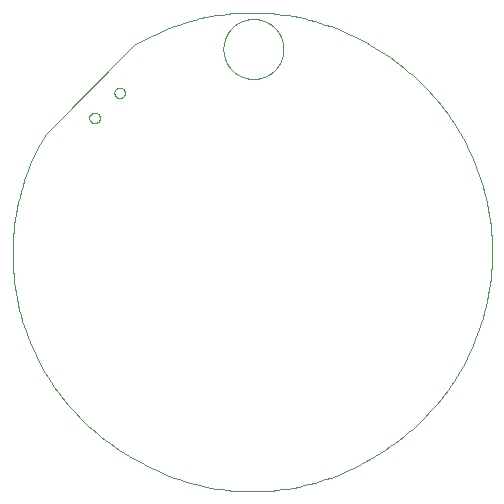
<source format=gko>
G75*
%MOIN*%
%OFA0B0*%
%FSLAX25Y25*%
%IPPOS*%
%LPD*%
%AMOC8*
5,1,8,0,0,1.08239X$1,22.5*
%
%ADD10C,0.00000*%
%ADD11C,0.00394*%
D10*
X0030168Y0140586D02*
X0030170Y0140670D01*
X0030176Y0140753D01*
X0030186Y0140836D01*
X0030200Y0140919D01*
X0030217Y0141001D01*
X0030239Y0141082D01*
X0030264Y0141161D01*
X0030293Y0141240D01*
X0030326Y0141317D01*
X0030362Y0141392D01*
X0030402Y0141466D01*
X0030445Y0141538D01*
X0030492Y0141607D01*
X0030542Y0141674D01*
X0030595Y0141739D01*
X0030651Y0141801D01*
X0030709Y0141861D01*
X0030771Y0141918D01*
X0030835Y0141971D01*
X0030902Y0142022D01*
X0030971Y0142069D01*
X0031042Y0142114D01*
X0031115Y0142154D01*
X0031190Y0142191D01*
X0031267Y0142225D01*
X0031345Y0142255D01*
X0031424Y0142281D01*
X0031505Y0142304D01*
X0031587Y0142322D01*
X0031669Y0142337D01*
X0031752Y0142348D01*
X0031835Y0142355D01*
X0031919Y0142358D01*
X0032003Y0142357D01*
X0032086Y0142352D01*
X0032170Y0142343D01*
X0032252Y0142330D01*
X0032334Y0142314D01*
X0032415Y0142293D01*
X0032496Y0142269D01*
X0032574Y0142241D01*
X0032652Y0142209D01*
X0032728Y0142173D01*
X0032802Y0142134D01*
X0032874Y0142092D01*
X0032944Y0142046D01*
X0033012Y0141997D01*
X0033077Y0141945D01*
X0033140Y0141890D01*
X0033200Y0141832D01*
X0033258Y0141771D01*
X0033312Y0141707D01*
X0033364Y0141641D01*
X0033412Y0141573D01*
X0033457Y0141502D01*
X0033498Y0141429D01*
X0033537Y0141355D01*
X0033571Y0141279D01*
X0033602Y0141201D01*
X0033629Y0141122D01*
X0033653Y0141041D01*
X0033672Y0140960D01*
X0033688Y0140878D01*
X0033700Y0140795D01*
X0033708Y0140711D01*
X0033712Y0140628D01*
X0033712Y0140544D01*
X0033708Y0140461D01*
X0033700Y0140377D01*
X0033688Y0140294D01*
X0033672Y0140212D01*
X0033653Y0140131D01*
X0033629Y0140050D01*
X0033602Y0139971D01*
X0033571Y0139893D01*
X0033537Y0139817D01*
X0033498Y0139743D01*
X0033457Y0139670D01*
X0033412Y0139599D01*
X0033364Y0139531D01*
X0033312Y0139465D01*
X0033258Y0139401D01*
X0033200Y0139340D01*
X0033140Y0139282D01*
X0033077Y0139227D01*
X0033012Y0139175D01*
X0032944Y0139126D01*
X0032874Y0139080D01*
X0032802Y0139038D01*
X0032728Y0138999D01*
X0032652Y0138963D01*
X0032574Y0138931D01*
X0032496Y0138903D01*
X0032415Y0138879D01*
X0032334Y0138858D01*
X0032252Y0138842D01*
X0032170Y0138829D01*
X0032086Y0138820D01*
X0032003Y0138815D01*
X0031919Y0138814D01*
X0031835Y0138817D01*
X0031752Y0138824D01*
X0031669Y0138835D01*
X0031587Y0138850D01*
X0031505Y0138868D01*
X0031424Y0138891D01*
X0031345Y0138917D01*
X0031267Y0138947D01*
X0031190Y0138981D01*
X0031115Y0139018D01*
X0031042Y0139058D01*
X0030971Y0139103D01*
X0030902Y0139150D01*
X0030835Y0139201D01*
X0030771Y0139254D01*
X0030709Y0139311D01*
X0030651Y0139371D01*
X0030595Y0139433D01*
X0030542Y0139498D01*
X0030492Y0139565D01*
X0030445Y0139634D01*
X0030402Y0139706D01*
X0030362Y0139780D01*
X0030326Y0139855D01*
X0030293Y0139932D01*
X0030264Y0140011D01*
X0030239Y0140090D01*
X0030217Y0140171D01*
X0030200Y0140253D01*
X0030186Y0140336D01*
X0030176Y0140419D01*
X0030170Y0140502D01*
X0030168Y0140586D01*
X0038520Y0148938D02*
X0038522Y0149022D01*
X0038528Y0149105D01*
X0038538Y0149188D01*
X0038552Y0149271D01*
X0038569Y0149353D01*
X0038591Y0149434D01*
X0038616Y0149513D01*
X0038645Y0149592D01*
X0038678Y0149669D01*
X0038714Y0149744D01*
X0038754Y0149818D01*
X0038797Y0149890D01*
X0038844Y0149959D01*
X0038894Y0150026D01*
X0038947Y0150091D01*
X0039003Y0150153D01*
X0039061Y0150213D01*
X0039123Y0150270D01*
X0039187Y0150323D01*
X0039254Y0150374D01*
X0039323Y0150421D01*
X0039394Y0150466D01*
X0039467Y0150506D01*
X0039542Y0150543D01*
X0039619Y0150577D01*
X0039697Y0150607D01*
X0039776Y0150633D01*
X0039857Y0150656D01*
X0039939Y0150674D01*
X0040021Y0150689D01*
X0040104Y0150700D01*
X0040187Y0150707D01*
X0040271Y0150710D01*
X0040355Y0150709D01*
X0040438Y0150704D01*
X0040522Y0150695D01*
X0040604Y0150682D01*
X0040686Y0150666D01*
X0040767Y0150645D01*
X0040848Y0150621D01*
X0040926Y0150593D01*
X0041004Y0150561D01*
X0041080Y0150525D01*
X0041154Y0150486D01*
X0041226Y0150444D01*
X0041296Y0150398D01*
X0041364Y0150349D01*
X0041429Y0150297D01*
X0041492Y0150242D01*
X0041552Y0150184D01*
X0041610Y0150123D01*
X0041664Y0150059D01*
X0041716Y0149993D01*
X0041764Y0149925D01*
X0041809Y0149854D01*
X0041850Y0149781D01*
X0041889Y0149707D01*
X0041923Y0149631D01*
X0041954Y0149553D01*
X0041981Y0149474D01*
X0042005Y0149393D01*
X0042024Y0149312D01*
X0042040Y0149230D01*
X0042052Y0149147D01*
X0042060Y0149063D01*
X0042064Y0148980D01*
X0042064Y0148896D01*
X0042060Y0148813D01*
X0042052Y0148729D01*
X0042040Y0148646D01*
X0042024Y0148564D01*
X0042005Y0148483D01*
X0041981Y0148402D01*
X0041954Y0148323D01*
X0041923Y0148245D01*
X0041889Y0148169D01*
X0041850Y0148095D01*
X0041809Y0148022D01*
X0041764Y0147951D01*
X0041716Y0147883D01*
X0041664Y0147817D01*
X0041610Y0147753D01*
X0041552Y0147692D01*
X0041492Y0147634D01*
X0041429Y0147579D01*
X0041364Y0147527D01*
X0041296Y0147478D01*
X0041226Y0147432D01*
X0041154Y0147390D01*
X0041080Y0147351D01*
X0041004Y0147315D01*
X0040926Y0147283D01*
X0040848Y0147255D01*
X0040767Y0147231D01*
X0040686Y0147210D01*
X0040604Y0147194D01*
X0040522Y0147181D01*
X0040438Y0147172D01*
X0040355Y0147167D01*
X0040271Y0147166D01*
X0040187Y0147169D01*
X0040104Y0147176D01*
X0040021Y0147187D01*
X0039939Y0147202D01*
X0039857Y0147220D01*
X0039776Y0147243D01*
X0039697Y0147269D01*
X0039619Y0147299D01*
X0039542Y0147333D01*
X0039467Y0147370D01*
X0039394Y0147410D01*
X0039323Y0147455D01*
X0039254Y0147502D01*
X0039187Y0147553D01*
X0039123Y0147606D01*
X0039061Y0147663D01*
X0039003Y0147723D01*
X0038947Y0147785D01*
X0038894Y0147850D01*
X0038844Y0147917D01*
X0038797Y0147986D01*
X0038754Y0148058D01*
X0038714Y0148132D01*
X0038678Y0148207D01*
X0038645Y0148284D01*
X0038616Y0148363D01*
X0038591Y0148442D01*
X0038569Y0148523D01*
X0038552Y0148605D01*
X0038538Y0148688D01*
X0038528Y0148771D01*
X0038522Y0148854D01*
X0038520Y0148938D01*
X0074884Y0163568D02*
X0074887Y0163813D01*
X0074896Y0164059D01*
X0074911Y0164304D01*
X0074932Y0164548D01*
X0074959Y0164792D01*
X0074992Y0165035D01*
X0075031Y0165278D01*
X0075076Y0165519D01*
X0075127Y0165759D01*
X0075184Y0165998D01*
X0075246Y0166235D01*
X0075315Y0166471D01*
X0075389Y0166705D01*
X0075469Y0166937D01*
X0075554Y0167167D01*
X0075645Y0167395D01*
X0075742Y0167620D01*
X0075844Y0167844D01*
X0075952Y0168064D01*
X0076065Y0168282D01*
X0076183Y0168497D01*
X0076307Y0168709D01*
X0076435Y0168918D01*
X0076569Y0169124D01*
X0076708Y0169326D01*
X0076852Y0169525D01*
X0077001Y0169720D01*
X0077154Y0169912D01*
X0077312Y0170100D01*
X0077474Y0170284D01*
X0077642Y0170463D01*
X0077813Y0170639D01*
X0077989Y0170810D01*
X0078168Y0170978D01*
X0078352Y0171140D01*
X0078540Y0171298D01*
X0078732Y0171451D01*
X0078927Y0171600D01*
X0079126Y0171744D01*
X0079328Y0171883D01*
X0079534Y0172017D01*
X0079743Y0172145D01*
X0079955Y0172269D01*
X0080170Y0172387D01*
X0080388Y0172500D01*
X0080608Y0172608D01*
X0080832Y0172710D01*
X0081057Y0172807D01*
X0081285Y0172898D01*
X0081515Y0172983D01*
X0081747Y0173063D01*
X0081981Y0173137D01*
X0082217Y0173206D01*
X0082454Y0173268D01*
X0082693Y0173325D01*
X0082933Y0173376D01*
X0083174Y0173421D01*
X0083417Y0173460D01*
X0083660Y0173493D01*
X0083904Y0173520D01*
X0084148Y0173541D01*
X0084393Y0173556D01*
X0084639Y0173565D01*
X0084884Y0173568D01*
X0085129Y0173565D01*
X0085375Y0173556D01*
X0085620Y0173541D01*
X0085864Y0173520D01*
X0086108Y0173493D01*
X0086351Y0173460D01*
X0086594Y0173421D01*
X0086835Y0173376D01*
X0087075Y0173325D01*
X0087314Y0173268D01*
X0087551Y0173206D01*
X0087787Y0173137D01*
X0088021Y0173063D01*
X0088253Y0172983D01*
X0088483Y0172898D01*
X0088711Y0172807D01*
X0088936Y0172710D01*
X0089160Y0172608D01*
X0089380Y0172500D01*
X0089598Y0172387D01*
X0089813Y0172269D01*
X0090025Y0172145D01*
X0090234Y0172017D01*
X0090440Y0171883D01*
X0090642Y0171744D01*
X0090841Y0171600D01*
X0091036Y0171451D01*
X0091228Y0171298D01*
X0091416Y0171140D01*
X0091600Y0170978D01*
X0091779Y0170810D01*
X0091955Y0170639D01*
X0092126Y0170463D01*
X0092294Y0170284D01*
X0092456Y0170100D01*
X0092614Y0169912D01*
X0092767Y0169720D01*
X0092916Y0169525D01*
X0093060Y0169326D01*
X0093199Y0169124D01*
X0093333Y0168918D01*
X0093461Y0168709D01*
X0093585Y0168497D01*
X0093703Y0168282D01*
X0093816Y0168064D01*
X0093924Y0167844D01*
X0094026Y0167620D01*
X0094123Y0167395D01*
X0094214Y0167167D01*
X0094299Y0166937D01*
X0094379Y0166705D01*
X0094453Y0166471D01*
X0094522Y0166235D01*
X0094584Y0165998D01*
X0094641Y0165759D01*
X0094692Y0165519D01*
X0094737Y0165278D01*
X0094776Y0165035D01*
X0094809Y0164792D01*
X0094836Y0164548D01*
X0094857Y0164304D01*
X0094872Y0164059D01*
X0094881Y0163813D01*
X0094884Y0163568D01*
X0094881Y0163323D01*
X0094872Y0163077D01*
X0094857Y0162832D01*
X0094836Y0162588D01*
X0094809Y0162344D01*
X0094776Y0162101D01*
X0094737Y0161858D01*
X0094692Y0161617D01*
X0094641Y0161377D01*
X0094584Y0161138D01*
X0094522Y0160901D01*
X0094453Y0160665D01*
X0094379Y0160431D01*
X0094299Y0160199D01*
X0094214Y0159969D01*
X0094123Y0159741D01*
X0094026Y0159516D01*
X0093924Y0159292D01*
X0093816Y0159072D01*
X0093703Y0158854D01*
X0093585Y0158639D01*
X0093461Y0158427D01*
X0093333Y0158218D01*
X0093199Y0158012D01*
X0093060Y0157810D01*
X0092916Y0157611D01*
X0092767Y0157416D01*
X0092614Y0157224D01*
X0092456Y0157036D01*
X0092294Y0156852D01*
X0092126Y0156673D01*
X0091955Y0156497D01*
X0091779Y0156326D01*
X0091600Y0156158D01*
X0091416Y0155996D01*
X0091228Y0155838D01*
X0091036Y0155685D01*
X0090841Y0155536D01*
X0090642Y0155392D01*
X0090440Y0155253D01*
X0090234Y0155119D01*
X0090025Y0154991D01*
X0089813Y0154867D01*
X0089598Y0154749D01*
X0089380Y0154636D01*
X0089160Y0154528D01*
X0088936Y0154426D01*
X0088711Y0154329D01*
X0088483Y0154238D01*
X0088253Y0154153D01*
X0088021Y0154073D01*
X0087787Y0153999D01*
X0087551Y0153930D01*
X0087314Y0153868D01*
X0087075Y0153811D01*
X0086835Y0153760D01*
X0086594Y0153715D01*
X0086351Y0153676D01*
X0086108Y0153643D01*
X0085864Y0153616D01*
X0085620Y0153595D01*
X0085375Y0153580D01*
X0085129Y0153571D01*
X0084884Y0153568D01*
X0084639Y0153571D01*
X0084393Y0153580D01*
X0084148Y0153595D01*
X0083904Y0153616D01*
X0083660Y0153643D01*
X0083417Y0153676D01*
X0083174Y0153715D01*
X0082933Y0153760D01*
X0082693Y0153811D01*
X0082454Y0153868D01*
X0082217Y0153930D01*
X0081981Y0153999D01*
X0081747Y0154073D01*
X0081515Y0154153D01*
X0081285Y0154238D01*
X0081057Y0154329D01*
X0080832Y0154426D01*
X0080608Y0154528D01*
X0080388Y0154636D01*
X0080170Y0154749D01*
X0079955Y0154867D01*
X0079743Y0154991D01*
X0079534Y0155119D01*
X0079328Y0155253D01*
X0079126Y0155392D01*
X0078927Y0155536D01*
X0078732Y0155685D01*
X0078540Y0155838D01*
X0078352Y0155996D01*
X0078168Y0156158D01*
X0077989Y0156326D01*
X0077813Y0156497D01*
X0077642Y0156673D01*
X0077474Y0156852D01*
X0077312Y0157036D01*
X0077154Y0157224D01*
X0077001Y0157416D01*
X0076852Y0157611D01*
X0076708Y0157810D01*
X0076569Y0158012D01*
X0076435Y0158218D01*
X0076307Y0158427D01*
X0076183Y0158639D01*
X0076065Y0158854D01*
X0075952Y0159072D01*
X0075844Y0159292D01*
X0075742Y0159516D01*
X0075645Y0159741D01*
X0075554Y0159969D01*
X0075469Y0160199D01*
X0075389Y0160431D01*
X0075315Y0160665D01*
X0075246Y0160901D01*
X0075184Y0161138D01*
X0075127Y0161377D01*
X0075076Y0161617D01*
X0075031Y0161858D01*
X0074992Y0162101D01*
X0074959Y0162344D01*
X0074932Y0162588D01*
X0074911Y0162832D01*
X0074896Y0163077D01*
X0074887Y0163323D01*
X0074884Y0163568D01*
D11*
X0045107Y0027018D02*
X0046694Y0026091D01*
X0048303Y0025201D01*
X0049932Y0024351D01*
X0051582Y0023540D01*
X0053250Y0022769D01*
X0054937Y0022038D01*
X0056641Y0021349D01*
X0058360Y0020700D01*
X0060095Y0020093D01*
X0061844Y0019527D01*
X0063607Y0019004D01*
X0065381Y0018524D01*
X0067166Y0018086D01*
X0068961Y0017691D01*
X0070765Y0017340D01*
X0072578Y0017032D01*
X0074397Y0016768D01*
X0076221Y0016547D01*
X0078051Y0016371D01*
X0079884Y0016238D01*
X0081720Y0016150D01*
X0083558Y0016106D01*
X0085396Y0016106D01*
X0087234Y0016150D01*
X0089070Y0016238D01*
X0090903Y0016371D01*
X0092733Y0016547D01*
X0094557Y0016768D01*
X0096376Y0017032D01*
X0098189Y0017340D01*
X0099993Y0017691D01*
X0101788Y0018086D01*
X0103573Y0018524D01*
X0105347Y0019004D01*
X0107110Y0019527D01*
X0108859Y0020093D01*
X0110594Y0020700D01*
X0112313Y0021349D01*
X0114017Y0022038D01*
X0115704Y0022769D01*
X0117372Y0023540D01*
X0119022Y0024351D01*
X0120651Y0025201D01*
X0122260Y0026091D01*
X0123847Y0027018D01*
X0123847Y0027019D02*
X0125522Y0027974D01*
X0127173Y0028970D01*
X0128799Y0030006D01*
X0130399Y0031081D01*
X0131972Y0032196D01*
X0133517Y0033348D01*
X0135034Y0034538D01*
X0136522Y0035765D01*
X0137978Y0037028D01*
X0139404Y0038326D01*
X0140797Y0039658D01*
X0142157Y0041025D01*
X0143484Y0042424D01*
X0144776Y0043855D01*
X0146032Y0045317D01*
X0147252Y0046810D01*
X0148435Y0048332D01*
X0149581Y0049883D01*
X0150688Y0051461D01*
X0151757Y0053066D01*
X0152786Y0054696D01*
X0153774Y0056351D01*
X0154722Y0058030D01*
X0155629Y0059732D01*
X0156493Y0061455D01*
X0157315Y0063199D01*
X0158095Y0064962D01*
X0158830Y0066744D01*
X0159522Y0068544D01*
X0160170Y0070359D01*
X0160773Y0072191D01*
X0161331Y0074036D01*
X0161844Y0075894D01*
X0162311Y0077765D01*
X0162733Y0079646D01*
X0163108Y0081537D01*
X0163436Y0083437D01*
X0163718Y0085344D01*
X0163954Y0087258D01*
X0164142Y0089176D01*
X0164284Y0091099D01*
X0164378Y0093025D01*
X0164425Y0094952D01*
X0164425Y0096880D01*
X0164378Y0098807D01*
X0164284Y0100733D01*
X0164142Y0102656D01*
X0163954Y0104574D01*
X0163718Y0106488D01*
X0163436Y0108395D01*
X0163108Y0110295D01*
X0162733Y0112186D01*
X0162311Y0114067D01*
X0161844Y0115938D01*
X0161331Y0117796D01*
X0160773Y0119641D01*
X0160170Y0121473D01*
X0159522Y0123288D01*
X0158830Y0125088D01*
X0158095Y0126870D01*
X0157315Y0128633D01*
X0156493Y0130377D01*
X0155629Y0132100D01*
X0154722Y0133802D01*
X0153774Y0135481D01*
X0152786Y0137136D01*
X0151757Y0138766D01*
X0150688Y0140371D01*
X0149581Y0141949D01*
X0148435Y0143500D01*
X0147252Y0145022D01*
X0146032Y0146515D01*
X0144776Y0147977D01*
X0143484Y0149408D01*
X0142157Y0150807D01*
X0140797Y0152174D01*
X0139404Y0153506D01*
X0137978Y0154804D01*
X0136522Y0156067D01*
X0135034Y0157294D01*
X0133517Y0158484D01*
X0131972Y0159636D01*
X0130399Y0160751D01*
X0128799Y0161826D01*
X0127173Y0162862D01*
X0125522Y0163858D01*
X0123847Y0164813D01*
X0123847Y0164814D02*
X0122260Y0165741D01*
X0120651Y0166631D01*
X0119022Y0167481D01*
X0117372Y0168292D01*
X0115704Y0169063D01*
X0114017Y0169794D01*
X0112313Y0170483D01*
X0110594Y0171132D01*
X0108859Y0171739D01*
X0107110Y0172305D01*
X0105347Y0172828D01*
X0103573Y0173308D01*
X0101788Y0173746D01*
X0099993Y0174141D01*
X0098189Y0174492D01*
X0096376Y0174800D01*
X0094557Y0175064D01*
X0092733Y0175285D01*
X0090903Y0175461D01*
X0089070Y0175594D01*
X0087234Y0175682D01*
X0085396Y0175726D01*
X0083558Y0175726D01*
X0081720Y0175682D01*
X0079884Y0175594D01*
X0078051Y0175461D01*
X0076221Y0175285D01*
X0074397Y0175064D01*
X0072578Y0174800D01*
X0070765Y0174492D01*
X0068961Y0174141D01*
X0067166Y0173746D01*
X0065381Y0173308D01*
X0063607Y0172828D01*
X0061844Y0172305D01*
X0060095Y0171739D01*
X0058360Y0171132D01*
X0056641Y0170483D01*
X0054937Y0169794D01*
X0053250Y0169063D01*
X0051582Y0168292D01*
X0049932Y0167481D01*
X0048303Y0166631D01*
X0046694Y0165741D01*
X0045107Y0164814D01*
X0015580Y0135286D01*
X0015580Y0135285D02*
X0014630Y0133643D01*
X0013720Y0131977D01*
X0012851Y0130291D01*
X0012023Y0128583D01*
X0011237Y0126856D01*
X0010493Y0125110D01*
X0009792Y0123347D01*
X0009134Y0121567D01*
X0008519Y0119771D01*
X0007948Y0117961D01*
X0007422Y0116138D01*
X0006940Y0114303D01*
X0006503Y0112456D01*
X0006110Y0110600D01*
X0005764Y0108734D01*
X0005462Y0106860D01*
X0005206Y0104980D01*
X0004996Y0103094D01*
X0004833Y0101203D01*
X0004715Y0099309D01*
X0004643Y0097413D01*
X0004617Y0095515D01*
X0004638Y0093618D01*
X0004704Y0091721D01*
X0004817Y0089827D01*
X0004976Y0087936D01*
X0005181Y0086049D01*
X0005431Y0084168D01*
X0005727Y0082294D01*
X0006069Y0080427D01*
X0006456Y0078570D01*
X0006889Y0076722D01*
X0007366Y0074885D01*
X0007887Y0073060D01*
X0008453Y0071249D01*
X0009063Y0069452D01*
X0009716Y0067670D01*
X0010412Y0065905D01*
X0011151Y0064157D01*
X0011933Y0062428D01*
X0012756Y0060718D01*
X0013620Y0059029D01*
X0014526Y0057361D01*
X0015472Y0055716D01*
X0016457Y0054094D01*
X0017482Y0052497D01*
X0018545Y0050925D01*
X0019646Y0049379D01*
X0020784Y0047861D01*
X0021959Y0046371D01*
X0023170Y0044910D01*
X0024416Y0043478D01*
X0025697Y0042078D01*
X0027011Y0040709D01*
X0028358Y0039372D01*
X0029737Y0038069D01*
X0031148Y0036799D01*
X0032589Y0035565D01*
X0034059Y0034365D01*
X0035559Y0033202D01*
X0037086Y0032076D01*
X0038640Y0030987D01*
X0040220Y0029936D01*
X0041826Y0028924D01*
X0043455Y0027951D01*
X0045108Y0027018D01*
M02*

</source>
